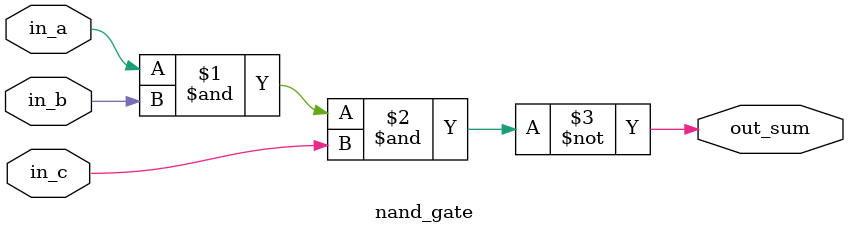
<source format=v>
module nand_gate(
    in_a,
    in_b,
    in_c,
    out_sum
);

input in_a;
input in_b;
input in_c;
output out_sum;

assign out_sum = ~(in_a & in_b & in_c);

endmodule
</source>
